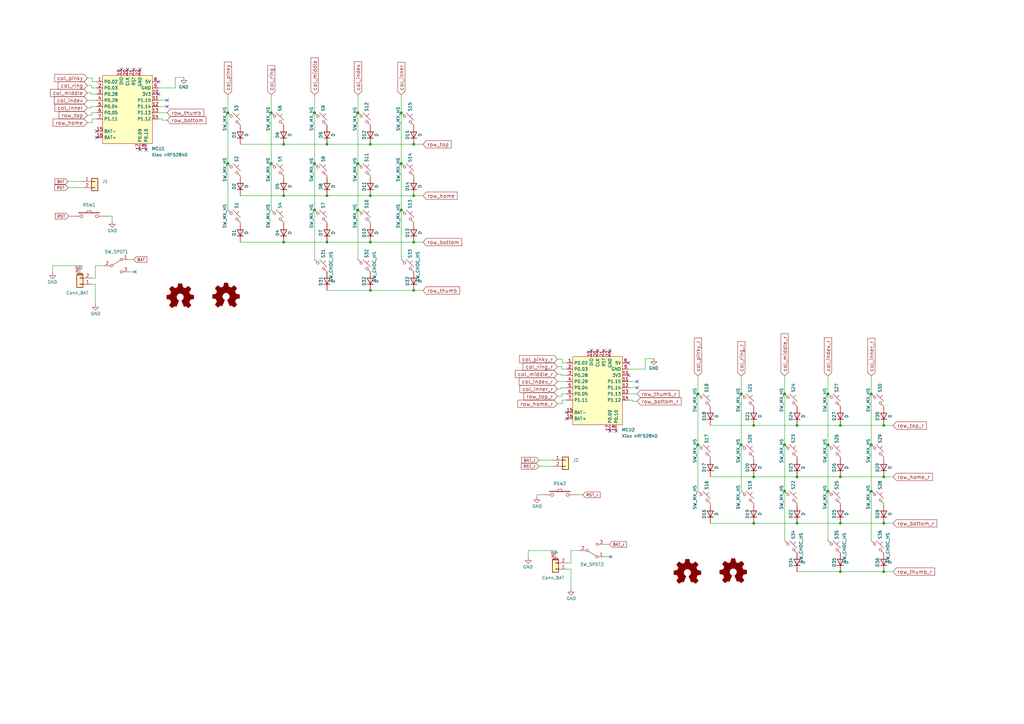
<source format=kicad_sch>
(kicad_sch (version 20231120) (generator "eeschema") (generator_version "8.0")
  (paper "A3")
  (junction (at 357.378 201.422))
  (junction (at 357.378 161.544))
  (junction (at 93.472 46.228))
  (junction (at 321.818 201.422))
  (junction (at 111.252 67.056))
  (junction (at 111.252 46.228))
  (junction (at 286.258 161.544))
  (junction (at 344.678 214.63))
  (junction (at 151.892 80.264))
  (junction (at 164.592 86.106))
  (junction (at 344.678 234.442))
  (junction (at 326.898 174.498))
  (junction (at 129.032 46.228))
  (junction (at 134.112 59.182))
  (junction (at 326.898 195.58))
  (junction (at 116.332 80.264))
  (junction (at 339.598 161.544))
  (junction (at 326.898 214.63))
  (junction (at 151.892 59.182))
  (junction (at 362.458 214.63))
  (junction (at 362.458 195.58))
  (junction (at 309.118 214.63))
  (junction (at 362.458 174.498))
  (junction (at 93.472 67.056))
  (junction (at 304.038 161.544))
  (junction (at 116.332 99.314))
  (junction (at 151.892 99.314))
  (junction (at 164.592 46.228))
  (junction (at 146.812 46.228))
  (junction (at 321.818 161.544))
  (junction (at 344.678 174.498))
  (junction (at 169.672 80.264))
  (junction (at 129.032 86.106))
  (junction (at 116.332 59.182))
  (junction (at 169.672 59.182))
  (junction (at 339.598 201.422))
  (junction (at 286.258 182.372))
  (junction (at 321.818 182.372))
  (junction (at 151.892 119.126))
  (junction (at 169.672 99.314))
  (junction (at 164.592 67.056))
  (junction (at 134.112 99.314))
  (junction (at 129.032 67.056))
  (junction (at 134.112 80.264))
  (junction (at 169.672 119.126))
  (junction (at 146.812 67.056))
  (junction (at 146.812 86.106))
  (junction (at 309.118 195.58))
  (junction (at 309.118 174.498))
  (junction (at 344.678 195.58))
  (junction (at 362.458 234.442))
  (junction (at 339.598 182.372))
  (junction (at 357.378 182.372))
  (junction (at 304.038 182.372))
  (no_connect (at 232.41 171.704))
  (no_connect (at 52.324 28.448))
  (no_connect (at 250.444 228.346))
  (no_connect (at 68.58 43.688))
  (no_connect (at 39.624 53.848))
  (no_connect (at 68.58 41.148))
  (no_connect (at 252.73 176.784))
  (no_connect (at 261.366 159.004))
  (no_connect (at 49.784 28.448))
  (no_connect (at 57.404 61.468))
  (no_connect (at 232.41 169.164))
  (no_connect (at 242.57 143.764))
  (no_connect (at 245.11 143.764))
  (no_connect (at 261.366 156.464))
  (no_connect (at 65.024 33.528))
  (no_connect (at 59.944 61.468))
  (no_connect (at 57.404 28.448))
  (no_connect (at 247.65 143.764))
  (no_connect (at 55.372 111.506))
  (no_connect (at 257.81 153.924))
  (no_connect (at 250.19 143.764))
  (no_connect (at 257.81 148.844))
  (no_connect (at 39.624 56.388))
  (no_connect (at 65.024 38.608))
  (no_connect (at 54.864 28.448))
  (no_connect (at 250.19 176.784))
  (wire (pts (xy 164.592 46.228) (xy 164.592 67.056)))
  (wire (pts (xy 344.678 195.58) (xy 362.458 195.58)))
  (wire (pts (xy 169.672 80.264) (xy 173.482 80.264)))
  (wire (pts (xy 339.598 182.372) (xy 339.598 201.422)))
  (wire (pts (xy 111.252 46.228) (xy 111.252 67.056)))
  (wire (pts (xy 98.552 51.308) (xy 98.552 51.562)))
  (wire (pts (xy 32.766 108.966) (xy 21.59 108.966)))
  (wire (pts (xy 164.592 38.862) (xy 164.592 46.228)))
  (wire (pts (xy 344.678 166.624) (xy 344.678 166.878)))
  (wire (pts (xy 164.592 67.056) (xy 164.592 86.106)))
  (wire (pts (xy 37.592 47.244) (xy 37.592 46.228)))
  (wire (pts (xy 309.118 206.502) (xy 309.118 207.01)))
  (wire (pts (xy 357.378 201.422) (xy 357.378 221.742)))
  (wire (pts (xy 309.118 214.63) (xy 326.898 214.63)))
  (wire (pts (xy 326.898 214.63) (xy 344.678 214.63)))
  (wire (pts (xy 228.6 150.368) (xy 230.378 150.368)))
  (wire (pts (xy 321.818 182.372) (xy 321.818 201.422)))
  (wire (pts (xy 66.548 48.768) (xy 65.024 48.768)))
  (wire (pts (xy 362.458 166.624) (xy 362.458 166.878)))
  (wire (pts (xy 344.678 234.442) (xy 362.458 234.442)))
  (wire (pts (xy 259.334 164.084) (xy 257.81 164.084)))
  (wire (pts (xy 164.592 86.106) (xy 164.592 106.426)))
  (wire (pts (xy 37.592 36.068) (xy 39.624 36.068)))
  (wire (pts (xy 37.846 50.292) (xy 37.846 48.768)))
  (wire (pts (xy 169.672 91.186) (xy 169.672 91.694)))
  (wire (pts (xy 321.818 201.422) (xy 321.818 221.742)))
  (wire (pts (xy 169.672 99.314) (xy 173.482 99.314)))
  (wire (pts (xy 93.472 67.056) (xy 93.472 86.106)))
  (wire (pts (xy 264.668 151.384) (xy 257.81 151.384)))
  (wire (pts (xy 326.898 187.452) (xy 326.898 187.96)))
  (wire (pts (xy 344.678 214.63) (xy 362.458 214.63)))
  (wire (pts (xy 37.338 44.196) (xy 37.338 43.688)))
  (wire (pts (xy 134.112 80.264) (xy 151.892 80.264)))
  (wire (pts (xy 234.188 230.886) (xy 232.918 230.886)))
  (wire (pts (xy 37.338 38.1) (xy 37.338 38.608)))
  (wire (pts (xy 362.458 195.58) (xy 366.268 195.58)))
  (wire (pts (xy 230.378 150.368) (xy 230.378 151.384)))
  (wire (pts (xy 304.038 182.372) (xy 304.038 201.422)))
  (wire (pts (xy 234.188 233.426) (xy 232.918 233.426)))
  (wire (pts (xy 344.678 187.452) (xy 344.678 187.96)))
  (wire (pts (xy 68.58 41.148) (xy 65.024 41.148)))
  (wire (pts (xy 291.338 187.452) (xy 291.338 187.96)))
  (wire (pts (xy 326.898 206.502) (xy 326.898 207.01)))
  (wire (pts (xy 116.332 80.264) (xy 134.112 80.264)))
  (wire (pts (xy 111.252 67.056) (xy 111.252 86.106)))
  (wire (pts (xy 169.672 59.182) (xy 173.482 59.182)))
  (wire (pts (xy 129.032 46.228) (xy 129.032 67.056)))
  (wire (pts (xy 234.188 225.806) (xy 234.188 230.886)))
  (wire (pts (xy 151.892 80.264) (xy 169.672 80.264)))
  (wire (pts (xy 35.814 44.196) (xy 37.338 44.196)))
  (wire (pts (xy 326.898 234.442) (xy 344.678 234.442)))
  (wire (pts (xy 55.372 111.506) (xy 52.832 111.506)))
  (wire (pts (xy 93.472 46.228) (xy 93.472 67.056)))
  (wire (pts (xy 111.252 38.862) (xy 111.252 46.228)))
  (wire (pts (xy 261.366 161.544) (xy 257.81 161.544)))
  (wire (pts (xy 220.218 203.708) (xy 220.218 202.946)))
  (wire (pts (xy 357.378 182.372) (xy 357.378 201.422)))
  (wire (pts (xy 39.116 114.046) (xy 37.846 114.046)))
  (wire (pts (xy 362.458 206.502) (xy 362.458 207.01)))
  (wire (pts (xy 45.974 88.646) (xy 44.196 88.646)))
  (wire (pts (xy 357.378 154.178) (xy 357.378 161.544)))
  (wire (pts (xy 93.472 38.862) (xy 93.472 46.228)))
  (wire (pts (xy 151.892 51.308) (xy 151.892 51.562)))
  (wire (pts (xy 216.662 225.806) (xy 216.662 228.6)))
  (wire (pts (xy 259.334 164.592) (xy 259.334 164.084)))
  (wire (pts (xy 362.458 187.452) (xy 362.458 187.96)))
  (wire (pts (xy 71.882 36.068) (xy 65.024 36.068)))
  (wire (pts (xy 291.338 166.624) (xy 291.338 166.878)))
  (wire (pts (xy 134.112 99.314) (xy 151.892 99.314)))
  (wire (pts (xy 228.6 156.464) (xy 232.41 156.464)))
  (wire (pts (xy 228.6 162.56) (xy 230.378 162.56)))
  (wire (pts (xy 116.332 99.314) (xy 134.112 99.314)))
  (wire (pts (xy 261.366 164.592) (xy 259.334 164.592)))
  (wire (pts (xy 151.892 119.126) (xy 169.672 119.126)))
  (wire (pts (xy 39.116 116.586) (xy 37.846 116.586)))
  (wire (pts (xy 227.838 225.806) (xy 216.662 225.806)))
  (wire (pts (xy 68.58 43.688) (xy 65.024 43.688)))
  (wire (pts (xy 326.898 166.624) (xy 326.898 166.878)))
  (wire (pts (xy 129.032 86.106) (xy 129.032 106.426)))
  (wire (pts (xy 37.846 48.768) (xy 39.624 48.768)))
  (wire (pts (xy 98.552 99.314) (xy 116.332 99.314)))
  (wire (pts (xy 39.116 108.966) (xy 39.116 114.046)))
  (wire (pts (xy 173.482 119.126) (xy 169.672 119.126)))
  (wire (pts (xy 220.98 191.262) (xy 226.822 191.262)))
  (wire (pts (xy 35.814 50.292) (xy 37.846 50.292)))
  (wire (pts (xy 230.378 161.544) (xy 232.41 161.544)))
  (wire (pts (xy 151.892 72.136) (xy 151.892 72.644)))
  (wire (pts (xy 230.378 151.384) (xy 232.41 151.384)))
  (wire (pts (xy 116.332 59.182) (xy 134.112 59.182)))
  (wire (pts (xy 344.678 174.498) (xy 362.458 174.498)))
  (wire (pts (xy 151.892 99.314) (xy 169.672 99.314)))
  (wire (pts (xy 230.124 159.512) (xy 230.124 159.004)))
  (wire (pts (xy 362.458 214.63) (xy 366.268 214.63)))
  (wire (pts (xy 35.814 38.1) (xy 37.338 38.1)))
  (wire (pts (xy 169.672 72.136) (xy 169.672 72.644)))
  (wire (pts (xy 286.258 154.178) (xy 286.258 161.544)))
  (wire (pts (xy 268.224 147.066) (xy 264.668 147.066)))
  (wire (pts (xy 68.58 46.228) (xy 65.024 46.228)))
  (wire (pts (xy 66.548 49.276) (xy 66.548 48.768)))
  (wire (pts (xy 230.632 165.608) (xy 230.632 164.084)))
  (wire (pts (xy 228.6 159.512) (xy 230.124 159.512)))
  (wire (pts (xy 169.672 51.308) (xy 169.672 51.562)))
  (wire (pts (xy 45.974 90.678) (xy 45.974 88.646)))
  (wire (pts (xy 146.812 38.862) (xy 146.812 46.228)))
  (wire (pts (xy 52.832 106.426) (xy 54.864 106.426)))
  (wire (pts (xy 309.118 195.58) (xy 326.898 195.58)))
  (wire (pts (xy 230.378 162.56) (xy 230.378 161.544)))
  (wire (pts (xy 339.598 161.544) (xy 339.598 182.372)))
  (wire (pts (xy 35.814 32.004) (xy 37.846 32.004)))
  (wire (pts (xy 309.118 174.498) (xy 326.898 174.498)))
  (wire (pts (xy 37.592 46.228) (xy 39.624 46.228)))
  (wire (pts (xy 21.59 108.966) (xy 21.59 111.76)))
  (wire (pts (xy 220.218 202.946) (xy 221.996 202.946)))
  (wire (pts (xy 75.438 31.75) (xy 71.882 31.75)))
  (wire (pts (xy 98.552 80.264) (xy 116.332 80.264)))
  (wire (pts (xy 291.338 206.502) (xy 291.338 207.01)))
  (wire (pts (xy 230.124 153.924) (xy 232.41 153.924)))
  (wire (pts (xy 304.038 154.178) (xy 304.038 161.544)))
  (wire (pts (xy 326.898 195.58) (xy 344.678 195.58)))
  (wire (pts (xy 71.882 31.75) (xy 71.882 36.068)))
  (wire (pts (xy 39.116 108.966) (xy 42.672 108.966)))
  (wire (pts (xy 35.814 47.244) (xy 37.592 47.244)))
  (wire (pts (xy 37.592 35.052) (xy 37.592 36.068)))
  (wire (pts (xy 366.268 234.442) (xy 362.458 234.442)))
  (wire (pts (xy 239.014 202.946) (xy 237.236 202.946)))
  (wire (pts (xy 291.338 214.63) (xy 309.118 214.63)))
  (wire (pts (xy 37.338 38.608) (xy 39.624 38.608)))
  (wire (pts (xy 228.6 153.416) (xy 230.124 153.416)))
  (wire (pts (xy 321.818 154.178) (xy 321.818 161.544)))
  (wire (pts (xy 151.892 91.186) (xy 151.892 91.694)))
  (wire (pts (xy 68.58 49.276) (xy 66.548 49.276)))
  (wire (pts (xy 27.94 76.962) (xy 33.782 76.962)))
  (wire (pts (xy 247.904 223.266) (xy 249.936 223.266)))
  (wire (pts (xy 291.338 195.58) (xy 309.118 195.58)))
  (wire (pts (xy 230.632 147.32) (xy 230.632 148.844)))
  (wire (pts (xy 116.332 72.136) (xy 116.332 72.644)))
  (wire (pts (xy 37.338 43.688) (xy 39.624 43.688)))
  (wire (pts (xy 35.814 41.148) (xy 39.624 41.148)))
  (wire (pts (xy 357.378 161.544) (xy 357.378 182.372)))
  (wire (pts (xy 339.598 154.178) (xy 339.598 161.544)))
  (wire (pts (xy 134.112 51.308) (xy 134.112 51.562)))
  (wire (pts (xy 291.338 174.498) (xy 309.118 174.498)))
  (wire (pts (xy 326.898 174.498) (xy 344.678 174.498)))
  (wire (pts (xy 134.112 91.186) (xy 134.112 91.694)))
  (wire (pts (xy 116.332 51.308) (xy 116.332 51.562)))
  (wire (pts (xy 286.258 161.544) (xy 286.258 182.372)))
  (wire (pts (xy 37.846 32.004) (xy 37.846 33.528)))
  (wire (pts (xy 321.818 161.544) (xy 321.818 182.372)))
  (wire (pts (xy 264.668 147.066) (xy 264.668 151.384)))
  (wire (pts (xy 228.6 147.32) (xy 230.632 147.32)))
  (wire (pts (xy 228.6 165.608) (xy 230.632 165.608)))
  (wire (pts (xy 339.598 201.422) (xy 339.598 221.742)))
  (wire (pts (xy 261.366 156.464) (xy 257.81 156.464)))
  (wire (pts (xy 309.118 166.624) (xy 309.118 166.878)))
  (wire (pts (xy 129.032 67.056) (xy 129.032 86.106)))
  (wire (pts (xy 98.552 91.186) (xy 98.552 91.694)))
  (wire (pts (xy 28.194 88.646) (xy 28.956 88.646)))
  (wire (pts (xy 116.332 91.186) (xy 116.332 91.694)))
  (wire (pts (xy 250.444 228.346) (xy 247.904 228.346)))
  (wire (pts (xy 362.458 174.498) (xy 366.268 174.498)))
  (wire (pts (xy 261.366 159.004) (xy 257.81 159.004)))
  (wire (pts (xy 309.118 187.452) (xy 309.118 187.96)))
  (wire (pts (xy 230.632 148.844) (xy 232.41 148.844)))
  (wire (pts (xy 220.98 188.722) (xy 226.822 188.722)))
  (wire (pts (xy 39.116 116.586) (xy 39.116 124.714)))
  (wire (pts (xy 134.112 119.126) (xy 151.892 119.126)))
  (wire (pts (xy 151.892 59.182) (xy 169.672 59.182)))
  (wire (pts (xy 98.552 59.182) (xy 116.332 59.182)))
  (wire (pts (xy 35.814 35.052) (xy 37.592 35.052)))
  (wire (pts (xy 304.038 161.544) (xy 304.038 182.372)))
  (wire (pts (xy 98.552 72.136) (xy 98.552 72.644)))
  (wire (pts (xy 230.124 159.004) (xy 232.41 159.004)))
  (wire (pts (xy 286.258 182.372) (xy 286.258 201.422)))
  (wire (pts (xy 344.678 206.502) (xy 344.678 207.01)))
  (wire (pts (xy 234.188 233.426) (xy 234.188 241.554)))
  (wire (pts (xy 230.124 153.416) (xy 230.124 153.924)))
  (wire (pts (xy 27.94 74.422) (xy 33.782 74.422)))
  (wire (pts (xy 146.812 67.056) (xy 146.812 86.106)))
  (wire (pts (xy 230.632 164.084) (xy 232.41 164.084)))
  (wire (pts (xy 134.112 72.136) (xy 134.112 72.644)))
  (wire (pts (xy 129.032 38.862) (xy 129.032 46.228)))
  (wire (pts (xy 134.112 59.182) (xy 151.892 59.182)))
  (wire (pts (xy 146.812 86.106) (xy 146.812 106.426)))
  (wire (pts (xy 37.846 33.528) (xy 39.624 33.528)))
  (wire (pts (xy 234.188 225.806) (xy 237.744 225.806)))
  (wire (pts (xy 146.812 46.228) (xy 146.812 67.056)))
  (global_label "BAT_r" (shape input) (at 220.98 188.722 180) (effects (font (size 1.1938 1.1938))) (property "Intersheetrefs" "${INTERSHEET_REFS}" (effects (hide yes))))
  (global_label "row_top" (shape input) (at 173.482 59.182 0) (effects (font (size 1.524 1.524))) (property "Intersheetrefs" "${INTERSHEET_REFS}" (effects (hide yes))))
  (global_label "row_home" (shape input) (at 173.482 80.264 0) (effects (font (size 1.524 1.524))) (property "Intersheetrefs" "${INTERSHEET_REFS}" (effects (hide yes))))
  (global_label "col_pinky" (shape input) (at 35.814 32.004 180) (effects (font (size 1.524 1.524))) (property "Intersheetrefs" "${INTERSHEET_REFS}" (effects (hide yes))))
  (global_label "BAT" (shape input) (at 27.94 74.422 180) (effects (font (size 1.1938 1.1938))) (property "Intersheetrefs" "${INTERSHEET_REFS}" (effects (hide yes))))
  (global_label "row_top_r" (shape input) (at 366.268 174.498 0) (effects (font (size 1.524 1.524))) (property "Intersheetrefs" "${INTERSHEET_REFS}" (effects (hide yes))))
  (global_label "col_pinky_r" (shape input) (at 286.258 154.178 90) (effects (font (size 1.524 1.524))) (property "Intersheetrefs" "${INTERSHEET_REFS}" (effects (hide yes))))
  (global_label "col_index_r" (shape input) (at 339.598 154.178 90) (effects (font (size 1.524 1.524))) (property "Intersheetrefs" "${INTERSHEET_REFS}" (effects (hide yes))))
  (global_label "row_thumb" (shape input) (at 68.58 46.228 0) (effects (font (size 1.524 1.524))) (property "Intersheetrefs" "${INTERSHEET_REFS}" (effects (hide yes))))
  (global_label "BAT" (shape input) (at 54.864 106.426 0) (effects (font (size 1.1938 1.1938))) (property "Intersheetrefs" "${INTERSHEET_REFS}" (effects (hide yes))))
  (global_label "row_top_r" (shape input) (at 228.6 162.56 180) (effects (font (size 1.524 1.524))) (property "Intersheetrefs" "${INTERSHEET_REFS}" (effects (hide yes))))
  (global_label "col_middle_r" (shape input) (at 228.6 153.416 180) (effects (font (size 1.524 1.524))) (property "Intersheetrefs" "${INTERSHEET_REFS}" (effects (hide yes))))
  (global_label "RST_r" (shape input) (at 239.014 202.946 0) (effects (font (size 1.1938 1.1938))) (property "Intersheetrefs" "${INTERSHEET_REFS}" (effects (hide yes))))
  (global_label "col_inner_r" (shape input) (at 357.378 154.178 90) (effects (font (size 1.524 1.524))) (property "Intersheetrefs" "${INTERSHEET_REFS}" (effects (hide yes))))
  (global_label "col_pinky" (shape input) (at 93.472 38.862 90) (effects (font (size 1.524 1.524))) (property "Intersheetrefs" "${INTERSHEET_REFS}" (effects (hide yes))))
  (global_label "col_inner" (shape input) (at 164.592 38.862 90) (effects (font (size 1.524 1.524))) (property "Intersheetrefs" "${INTERSHEET_REFS}" (effects (hide yes))))
  (global_label "col_pinky_r" (shape input) (at 228.6 147.32 180) (effects (font (size 1.524 1.524))) (property "Intersheetrefs" "${INTERSHEET_REFS}" (effects (hide yes))))
  (global_label "col_ring" (shape input) (at 111.252 38.862 90) (effects (font (size 1.524 1.524))) (property "Intersheetrefs" "${INTERSHEET_REFS}" (effects (hide yes))))
  (global_label "row_bottom" (shape input) (at 173.482 99.314 0) (effects (font (size 1.524 1.524))) (property "Intersheetrefs" "${INTERSHEET_REFS}" (effects (hide yes))))
  (global_label "col_index" (shape input) (at 35.814 41.148 180) (effects (font (size 1.524 1.524))) (property "Intersheetrefs" "${INTERSHEET_REFS}" (effects (hide yes))))
  (global_label "col_ring_r" (shape input) (at 228.6 150.368 180) (effects (font (size 1.524 1.524))) (property "Intersheetrefs" "${INTERSHEET_REFS}" (effects (hide yes))))
  (global_label "BAT_r" (shape input) (at 249.936 223.266 0) (effects (font (size 1.1938 1.1938))) (property "Intersheetrefs" "${INTERSHEET_REFS}" (effects (hide yes))))
  (global_label "col_middle" (shape input) (at 35.814 38.1 180) (effects (font (size 1.524 1.524))) (property "Intersheetrefs" "${INTERSHEET_REFS}" (effects (hide yes))))
  (global_label "RST" (shape input) (at 28.194 88.646 180) (effects (font (size 1.1938 1.1938))) (property "Intersheetrefs" "${INTERSHEET_REFS}" (effects (hide yes))))
  (global_label "row_bottom_r" (shape input) (at 366.268 214.63 0) (effects (font (size 1.524 1.524))) (property "Intersheetrefs" "${INTERSHEET_REFS}" (effects (hide yes))))
  (global_label "row_thumb" (shape input) (at 173.482 119.126 0) (effects (font (size 1.524 1.524))) (property "Intersheetrefs" "${INTERSHEET_REFS}" (effects (hide yes))))
  (global_label "col_ring_r" (shape input) (at 304.038 154.178 90) (effects (font (size 1.524 1.524))) (property "Intersheetrefs" "${INTERSHEET_REFS}" (effects (hide yes))))
  (global_label "col_index" (shape input) (at 146.812 38.862 90) (effects (font (size 1.524 1.524))) (property "Intersheetrefs" "${INTERSHEET_REFS}" (effects (hide yes))))
  (global_label "col_inner_r" (shape input) (at 228.6 159.512 180) (effects (font (size 1.524 1.524))) (property "Intersheetrefs" "${INTERSHEET_REFS}" (effects (hide yes))))
  (global_label "row_home_r" (shape input) (at 228.6 165.608 180) (effects (font (size 1.524 1.524))) (property "Intersheetrefs" "${INTERSHEET_REFS}" (effects (hide yes))))
  (global_label "row_home" (shape input) (at 35.814 50.292 180) (effects (font (size 1.524 1.524))) (property "Intersheetrefs" "${INTERSHEET_REFS}" (effects (hide yes))))
  (global_label "col_middle" (shape input) (at 129.032 38.862 90) (effects (font (size 1.524 1.524))) (property "Intersheetrefs" "${INTERSHEET_REFS}" (effects (hide yes))))
  (global_label "row_thumb_r" (shape input) (at 261.366 161.544 0) (effects (font (size 1.524 1.524))) (property "Intersheetrefs" "${INTERSHEET_REFS}" (effects (hide yes))))
  (global_label "row_bottom_r" (shape input) (at 261.366 164.592 0) (effects (font (size 1.524 1.524))) (property "Intersheetrefs" "${INTERSHEET_REFS}" (effects (hide yes))))
  (global_label "col_ring" (shape input) (at 35.814 35.052 180) (effects (font (size 1.524 1.524))) (property "Intersheetrefs" "${INTERSHEET_REFS}" (effects (hide yes))))
  (global_label "col_index_r" (shape input) (at 228.6 156.464 180) (effects (font (size 1.524 1.524))) (property "Intersheetrefs" "${INTERSHEET_REFS}" (effects (hide yes))))
  (global_label "col_inner" (shape input) (at 35.814 44.196 180) (effects (font (size 1.524 1.524))) (property "Intersheetrefs" "${INTERSHEET_REFS}" (effects (hide yes))))
  (global_label "row_bottom" (shape input) (at 68.58 49.276 0) (effects (font (size 1.524 1.524))) (property "Intersheetrefs" "${INTERSHEET_REFS}" (effects (hide yes))))
  (global_label "RST_r" (shape input) (at 220.98 191.262 180) (effects (font (size 1.1938 1.1938))) (property "Intersheetrefs" "${INTERSHEET_REFS}" (effects (hide yes))))
  (global_label "row_home_r" (shape input) (at 366.268 195.58 0) (effects (font (size 1.524 1.524))) (property "Intersheetrefs" "${INTERSHEET_REFS}" (effects (hide yes))))
  (global_label "row_top" (shape input) (at 35.814 47.244 180) (effects (font (size 1.524 1.524))) (property "Intersheetrefs" "${INTERSHEET_REFS}" (effects (hide yes))))
  (global_label "row_thumb_r" (shape input) (at 366.268 234.442 0) (effects (font (size 1.524 1.524))) (property "Intersheetrefs" "${INTERSHEET_REFS}" (effects (hide yes))))
  (global_label "col_middle_r" (shape input) (at 321.818 154.178 90) (effects (font (size 1.524 1.524))) (property "Intersheetrefs" "${INTERSHEET_REFS}" (effects (hide yes))))
  (global_label "RST" (shape input) (at 27.94 76.962 180) (effects (font (size 1.1938 1.1938))) (property "Intersheetrefs" "${INTERSHEET_REFS}" (effects (hide yes))))
  (symbol (lib_id "power:GND") (at 234.188 241.554 0) (mirror y) (unit 1)
    (property "Reference" "#PWR08" (effects (hide yes)))
    (property "Value" "GND" (at 234.315 245.491 0))
  )
  (symbol (lib_id "Device:D") (at 134.112 55.372 90) (unit 1)
    (property "Reference" "D9" (at 131.572 55.372 0))
    (property "Value" "D" (at 136.652 55.372 0))
    (property "Footprint" "TB2086_SMD:D3_SMD" (effects (hide yes)))
    (property "Sim.Device" "D" (effects (hide yes)))
    (property "Sim.Pins" "1=K 2=A" (effects (hide yes)))
  )
  (symbol (lib_id "Device:D") (at 326.898 170.688 90) (unit 1)
    (property "Reference" "D24" (at 324.358 170.688 0))
    (property "Value" "D" (at 329.438 170.688 0))
    (property "Footprint" "TB2086_SMD:D3_SMD" (effects (hide yes)))
    (property "Sim.Device" "D" (effects (hide yes)))
    (property "Sim.Pins" "1=K 2=A" (effects (hide yes)))
  )
  (symbol (lib_id "Device:D") (at 291.338 170.688 90) (unit 1)
    (property "Reference" "D18" (at 288.798 170.688 0))
    (property "Value" "D" (at 293.878 170.688 0))
    (property "Footprint" "TB2086_SMD:D3_SMD" (effects (hide yes)))
    (property "Sim.Device" "D" (effects (hide yes)))
    (property "Sim.Pins" "1=K 2=A" (effects (hide yes)))
  )
  (symbol (lib_id "Device:D") (at 116.332 76.454 90) (unit 1)
    (property "Reference" "D5" (at 113.792 76.454 0))
    (property "Value" "D" (at 118.872 76.454 0))
    (property "Footprint" "TB2086_SMD:D3_SMD" (effects (hide yes)))
    (property "Sim.Device" "D" (effects (hide yes)))
    (property "Sim.Pins" "1=K 2=A" (effects (hide yes)))
  )
  (symbol (lib_id "TB2086_G_KEYSWITCH:SW_CHOC_HS") (at 342.138 224.282 270) (mirror x) (unit 1)
    (property "Reference" "S35" (at 343.154 221.234 0) (effects (justify left)))
    (property "Value" "SW_CHOC_HS" (at 346.329 224.663 0))
    (property "Footprint" "TB2086_KEYSWITCH:SW_choc_v1_v2_HS_1u" (effects (hide yes)))
    (property "Description" "Push button switch, normally open, two pins, 45° tilted" (effects (hide yes)))
  )
  (symbol (lib_id "TB2086_G_KEYSWITCH:SW_CHOC_HS") (at 324.358 224.282 270) (mirror x) (unit 1)
    (property "Reference" "S34" (at 325.374 221.234 0) (effects (justify left)))
    (property "Value" "SW_CHOC_HS" (at 328.549 224.663 0))
    (property "Footprint" "TB2086_KEYSWITCH:SW_choc_v1_v2_HS_1u" (effects (hide yes)))
    (property "Description" "Push button switch, normally open, two pins, 45° tilted" (effects (hide yes)))
  )
  (symbol (lib_id "Device:D") (at 326.898 210.82 90) (unit 1)
    (property "Reference" "D22" (at 324.358 210.82 0))
    (property "Value" "D" (at 329.438 210.82 0))
    (property "Footprint" "TB2086_SMD:D3_SMD" (effects (hide yes)))
    (property "Sim.Device" "D" (effects (hide yes)))
    (property "Sim.Pins" "1=K 2=A" (effects (hide yes)))
  )
  (symbol (lib_id "TB2086_KEYSWITCH:SW_MX_HS") (at 342.138 184.912 270) (mirror x) (unit 1)
    (property "Reference" "S26" (at 343.154 181.864 0) (effects (justify left)))
    (property "Value" "SW_MX_HS" (at 338.328 184.912 0))
    (property "Footprint" "TB2086_KEYSWITCH:SW_MX_HS_1u" (effects (hide yes)))
    (property "Description" "Push button switch, normally open, two pins, 45° tilted" (effects (hide yes)))
  )
  (symbol (lib_id "Device:D") (at 116.332 55.372 90) (unit 1)
    (property "Reference" "D6" (at 113.792 55.372 0))
    (property "Value" "D" (at 118.872 55.372 0))
    (property "Footprint" "TB2086_SMD:D3_SMD" (effects (hide yes)))
    (property "Sim.Device" "D" (effects (hide yes)))
    (property "Sim.Pins" "1=K 2=A" (effects (hide yes)))
  )
  (symbol (lib_id "Device:D") (at 362.458 230.632 90) (unit 1)
    (property "Reference" "D36" (at 359.918 230.632 0))
    (property "Value" "D" (at 364.998 230.632 0))
    (property "Footprint" "TB2086_SMD:D3_SMD" (effects (hide yes)))
    (property "Sim.Device" "D" (effects (hide yes)))
    (property "Sim.Pins" "1=K 2=A" (effects (hide yes)))
  )
  (symbol (lib_id "Device:D") (at 116.332 95.504 90) (unit 1)
    (property "Reference" "D4" (at 113.792 95.504 0))
    (property "Value" "D" (at 118.872 95.504 0))
    (property "Footprint" "TB2086_SMD:D3_SMD" (effects (hide yes)))
    (property "Sim.Device" "D" (effects (hide yes)))
    (property "Sim.Pins" "1=K 2=A" (effects (hide yes)))
  )
  (symbol (lib_id "Graphic:Logo_Open_Hardware_Small") (at 300.736 234.696 0) (unit 1) (exclude_from_sim yes) (in_bom no) (on_board no)
    (property "Reference" "LOGO4" (effects (hide yes)))
    (property "Value" "Logo_Open_Hardware_Small" (effects (hide yes)))
    (property "Footprint" "TB2086_MISC:OSHW-Logo_5.7x6mm_SilkScreen" (effects (hide yes)))
    (property "Description" "Open Hardware logo, small" (effects (hide yes)))
  )
  (symbol (lib_id "TB2086_KEYSWITCH:SW_MX_HS") (at 288.798 164.084 270) (mirror x) (unit 1)
    (property "Reference" "S18" (at 289.814 161.036 0) (effects (justify left)))
    (property "Value" "SW_MX_HS" (at 284.988 164.084 0))
    (property "Footprint" "TB2086_KEYSWITCH:SW_MX_HS_1u" (effects (hide yes)))
    (property "Description" "Push button switch, normally open, two pins, 45° tilted" (effects (hide yes)))
  )
  (symbol (lib_id "power:GND") (at 561.34 21.59 0) (unit 1)
    (property "Reference" "#PWR023" (effects (hide yes)))
    (property "Value" "GND" (at 561.34 25.4 0))
  )
  (symbol (lib_id "TB2086_KEYSWITCH:SW_MX_HS") (at 149.352 48.768 270) (mirror x) (unit 1)
    (property "Reference" "S12" (at 150.368 45.72 0) (effects (justify left)))
    (property "Value" "SW_MX_HS" (at 145.542 48.768 0))
    (property "Footprint" "TB2086_KEYSWITCH:SW_MX_HS_1u" (effects (hide yes)))
    (property "Description" "Push button switch, normally open, two pins, 45° tilted" (effects (hide yes)))
  )
  (symbol (lib_id "TB2086_SMD:SMT 2X4X3.5MM Tactile Tact Push Button") (at 229.616 202.946 0) (unit 1)
    (property "Reference" "RSW2" (at 229.616 198.374 0))
    (property "Value" "SMT 2X4X3.5MM Tactile Tact Push Button" (effects (hide yes)))
    (property "Footprint" "TB2086_SMD:SMT 2X4X3.5MM Tactile Tact Push Button" (effects (hide yes)))
  )
  (symbol (lib_id "Graphic:Logo_Open_Hardware_Small") (at 281.94 234.95 0) (unit 1) (exclude_from_sim yes) (in_bom no) (on_board no)
    (property "Reference" "LOGO3" (effects (hide yes)))
    (property "Value" "Logo_Open_ErgoGen" (effects (hide yes)))
    (property "Footprint" "TB2086_MISC:utility_ergogen_logo" (effects (hide yes)))
    (property "Description" "ErgoGen logo" (effects (hide yes)))
  )
  (symbol (lib_id "power:GND") (at 39.116 124.714 0) (mirror y) (unit 1)
    (property "Reference" "#PWR02" (effects (hide yes)))
    (property "Value" "GND" (at 39.243 128.651 0))
  )
  (symbol (lib_id "power:GND") (at 220.218 203.708 0) (mirror y) (unit 1)
    (property "Reference" "#PWR06" (effects (hide yes)))
    (property "Value" "GND" (at 220.345 207.645 0))
  )
  (symbol (lib_id "Device:D") (at 344.678 170.688 90) (unit 1)
    (property "Reference" "D27" (at 342.138 170.688 0))
    (property "Value" "D" (at 347.218 170.688 0))
    (property "Footprint" "TB2086_SMD:D3_SMD" (effects (hide yes)))
    (property "Sim.Device" "D" (effects (hide yes)))
    (property "Sim.Pins" "1=K 2=A" (effects (hide yes)))
  )
  (symbol (lib_id "TB2086_MCU:xiao_nRF52840") (at 245.11 162.814 0) (unit 1) (in_bom no)
    (property "Reference" "MCU2" (at 254.9241 176.276 0) (effects (justify left)))
    (property "Value" "Xiao nRF52840" (at 254.9241 178.816 0) (effects (justify left)))
    (property "Footprint" "TB2086_G_MCU:Xiao_nRF52840_edgecut" (effects (hide yes)))
    (property "Description" "Symbol for a Seeeduino Xiao nRF52840" (effects (hide yes)))
  )
  (symbol (lib_id "Device:D") (at 362.458 170.688 90) (unit 1)
    (property "Reference" "D30" (at 359.918 170.688 0))
    (property "Value" "D" (at 364.998 170.688 0))
    (property "Footprint" "TB2086_SMD:D3_SMD" (effects (hide yes)))
    (property "Sim.Device" "D" (effects (hide yes)))
    (property "Sim.Pins" "1=K 2=A" (effects (hide yes)))
  )
  (symbol (lib_id "power:PWR_FLAG") (at 571.5 21.59 180) (unit 1)
    (property "Reference" "#FLG02" (effects (hide yes)))
    (property "Value" "PWR_FLAG" (at 571.5 25.4 0))
  )
  (symbol (lib_id "TB2086_KEYSWITCH:SW_MX_HS") (at 288.798 184.912 270) (mirror x) (unit 1)
    (property "Reference" "S17" (at 289.814 181.864 0) (effects (justify left)))
    (property "Value" "SW_MX_HS" (at 284.988 184.912 0))
    (property "Footprint" "TB2086_KEYSWITCH:SW_MX_HS_1u" (effects (hide yes)))
    (property "Description" "Push button switch, normally open, two pins, 45° tilted" (effects (hide yes)))
  )
  (symbol (lib_id "Device:D") (at 169.672 55.372 90) (unit 1)
    (property "Reference" "D15" (at 167.132 55.372 0))
    (property "Value" "D" (at 172.212 55.372 0))
    (property "Footprint" "TB2086_SMD:D3_SMD" (effects (hide yes)))
    (property "Sim.Device" "D" (effects (hide yes)))
    (property "Sim.Pins" "1=K 2=A" (effects (hide yes)))
  )
  (symbol (lib_id "Device:D") (at 151.892 95.504 90) (unit 1)
    (property "Reference" "D10" (at 149.352 95.504 0))
    (property "Value" "D" (at 154.432 95.504 0))
    (property "Footprint" "TB2086_SMD:D3_SMD" (effects (hide yes)))
    (property "Sim.Device" "D" (effects (hide yes)))
    (property "Sim.Pins" "1=K 2=A" (effects (hide yes)))
  )
  (symbol (lib_id "Connector_Generic:Conn_01x02") (at 38.862 74.422 0) (unit 1)
    (property "Reference" "J1" (at 41.91 74.4219 0) (effects (justify left)))
    (property "Value" "Conn_01x02" (effects (hide yes)))
    (property "Footprint" "TB2086_MISC:Tag_Pogopin_1x02_P2.54mm" (effects (hide yes)))
    (property "Description" "Generic connector, single row, 01x02, script generated (kicad-library-utils/schlib/autogen/connector/)" (effects (hide yes)))
  )
  (symbol (lib_id "Device:D") (at 309.118 210.82 90) (unit 1)
    (property "Reference" "D19" (at 306.578 210.82 0))
    (property "Value" "D" (at 311.658 210.82 0))
    (property "Footprint" "TB2086_SMD:D3_SMD" (effects (hide yes)))
    (property "Sim.Device" "D" (effects (hide yes)))
    (property "Sim.Pins" "1=K 2=A" (effects (hide yes)))
  )
  (symbol (lib_id "Device:D") (at 134.112 95.504 90) (unit 1)
    (property "Reference" "D7" (at 131.572 95.504 0))
    (property "Value" "D" (at 136.652 95.504 0))
    (property "Footprint" "TB2086_SMD:D3_SMD" (effects (hide yes)))
    (property "Sim.Device" "D" (effects (hide yes)))
    (property "Sim.Pins" "1=K 2=A" (effects (hide yes)))
  )
  (symbol (lib_id "power:GND") (at 21.59 111.76 0) (unit 1)
    (property "Reference" "#PWR01" (effects (hide yes)))
    (property "Value" "GND" (at 21.463 115.697 0))
  )
  (symbol (lib_id "power:GND") (at 45.974 90.678 0) (mirror y) (unit 1)
    (property "Reference" "#PWR03" (effects (hide yes)))
    (property "Value" "GND" (at 46.101 94.615 0))
  )
  (symbol (lib_id "TB2086_KEYSWITCH:SW_MX_HS") (at 167.132 69.596 270) (mirror x) (unit 1)
    (property "Reference" "S14" (at 168.148 66.548 0) (effects (justify left)))
    (property "Value" "SW_MX_HS" (at 163.322 69.596 0))
    (property "Footprint" "TB2086_KEYSWITCH:SW_MX_HS_1u" (effects (hide yes)))
    (property "Description" "Push button switch, normally open, two pins, 45° tilted" (effects (hide yes)))
  )
  (symbol (lib_id "Switch:SW_SPDT") (at 47.752 108.966 0) (unit 1)
    (property "Reference" "SW_SPDT1" (effects (hide yes)))
    (property "Value" "SW_SPDT1" (at 47.752 103.251 0))
    (property "Footprint" "TB2086_SMD:SW_SPDT_PCM12" (effects (hide yes)))
  )
  (symbol (lib_id "Connector_Generic_MountingPin:Conn_01x02_MountingPin") (at 227.838 233.426 180) (unit 1)
    (property "Reference" "J4" (at 227.838 226.6061 0))
    (property "Value" "Conn_BAT" (at 226.8474 236.9566 0))
    (property "Footprint" "TB2086_SMD:Molex_Pico-EZmate_78171-0002_1x02-1MP_P1.20mm_HandSolder" (effects (hide yes)))
    (property "Description" "Generic connectable mounting pin connector, single row, 01x02, script generated (kicad-library-utils/schlib/autogen/connector/)" (effects (hide yes)))
  )
  (symbol (lib_id "Device:D") (at 98.552 55.372 90) (unit 1)
    (property "Reference" "D3" (at 96.012 55.372 0))
    (property "Value" "D" (at 101.092 55.372 0))
    (property "Footprint" "TB2086_SMD:D3_SMD" (effects (hide yes)))
    (property "Sim.Device" "D" (effects (hide yes)))
    (property "Sim.Pins" "1=K 2=A" (effects (hide yes)))
  )
  (symbol (lib_id "Switch:SW_SPDT") (at 242.824 225.806 0) (mirror x) (unit 1)
    (property "Reference" "SW_SPDT2" (effects (hide yes)))
    (property "Value" "SW_SPDT2" (at 242.824 231.521 0))
    (property "Footprint" "TB2086_SMD:SW_SPDT_PCM12" (effects (hide yes)))
  )
  (symbol (lib_id "TB2086_KEYSWITCH:SW_MX_HS") (at 359.918 184.912 270) (mirror x) (unit 1)
    (property "Reference" "S29" (at 360.934 181.864 0) (effects (justify left)))
    (property "Value" "SW_MX_HS" (at 356.108 184.912 0))
    (property "Footprint" "TB2086_KEYSWITCH:SW_MX_HS_1u" (effects (hide yes)))
    (property "Description" "Push button switch, normally open, two pins, 45° tilted" (effects (hide yes)))
  )
  (symbol (lib_id "Connector_Generic:Conn_01x02") (at 231.902 188.722 0) (unit 1)
    (property "Reference" "J2" (at 234.95 188.7219 0) (effects (justify left)))
    (property "Value" "Conn_01x02" (effects (hide yes)))
    (property "Footprint" "TB2086_MISC:Tag_Pogopin_1x02_P2.54mm" (effects (hide yes)))
    (property "Description" "Generic connector, single row, 01x02, script generated (kicad-library-utils/schlib/autogen/connector/)" (effects (hide yes)))
  )
  (symbol (lib_id "Device:D") (at 169.672 115.316 90) (unit 1)
    (property "Reference" "D33" (at 167.132 115.316 0))
    (property "Value" "D" (at 172.212 115.316 0))
    (property "Footprint" "TB2086_SMD:D3_SMD" (effects (hide yes)))
    (property "Sim.Device" "D" (effects (hide yes)))
    (property "Sim.Pins" "1=K 2=A" (effects (hide yes)))
  )
  (symbol (lib_id "TB2086_KEYSWITCH:SW_MX_HS") (at 288.798 203.962 270) (mirror x) (unit 1)
    (property "Reference" "S16" (at 289.814 200.914 0) (effects (justify left)))
    (property "Value" "SW_MX_HS" (at 284.988 203.962 0))
    (property "Footprint" "TB2086_KEYSWITCH:SW_MX_HS_1u" (effects (hide yes)))
    (property "Description" "Push button switch, normally open, two pins, 45° tilted" (effects (hide yes)))
  )
  (symbol (lib_id "TB2086_G_KEYSWITCH:SW_CHOC_HS") (at 131.572 108.966 270) (mirror x) (unit 1)
    (property "Reference" "S31" (at 132.588 105.918 0) (effects (justify left)))
    (property "Value" "SW_CHOC_HS" (at 135.763 109.347 0))
    (property "Footprint" "TB2086_KEYSWITCH:SW_choc_v1_v2_HS_1u" (effects (hide yes)))
    (property "Description" "Push button switch, normally open, two pins, 45° tilted" (effects (hide yes)))
  )
  (symbol (lib_id "TB2086_KEYSWITCH:SW_MX_HS") (at 359.918 164.084 270) (mirror x) (unit 1)
    (property "Reference" "S30" (at 360.934 161.036 0) (effects (justify left)))
    (property "Value" "SW_MX_HS" (at 356.108 164.084 0))
    (property "Footprint" "TB2086_KEYSWITCH:SW_MX_HS_1u" (effects (hide yes)))
    (property "Description" "Push button switch, normally open, two pins, 45° tilted" (effects (hide yes)))
  )
  (symbol (lib_id "TB2086_KEYSWITCH:SW_MX_HS") (at 131.572 88.646 270) (mirror x) (unit 1)
    (property "Reference" "S7" (at 132.588 85.598 0) (effects (justify left)))
    (property "Value" "SW_MX_HS" (at 127.762 88.646 0))
    (property "Footprint" "TB2086_KEYSWITCH:SW_MX_HS_1u" (effects (hide yes)))
    (property "Description" "Push button switch, normally open, two pins, 45° tilted" (effects (hide yes)))
  )
  (symbol (lib_id "TB2086_G_KEYSWITCH:SW_CHOC_HS") (at 167.132 108.966 270) (mirror x) (unit 1)
    (property "Reference" "S33" (at 168.148 105.918 0) (effects (justify left)))
    (property "Value" "SW_CHOC_HS" (at 171.323 109.347 0))
    (property "Footprint" "TB2086_KEYSWITCH:SW_choc_v1_v2_HS_1u" (effects (hide yes)))
    (property "Description" "Push button switch, normally open, two pins, 45° tilted" (effects (hide yes)))
  )
  (symbol (lib_id "TB2086_KEYSWITCH:SW_MX_HS") (at 96.012 69.596 270) (mirror x) (unit 1)
    (property "Reference" "S2" (at 97.028 66.548 0) (effects (justify left)))
    (property "Value" "SW_MX_HS" (at 92.202 69.596 0))
    (property "Footprint" "TB2086_KEYSWITCH:SW_MX_HS_1u" (effects (hide yes)))
    (property "Description" "Push button switch, normally open, two pins, 45° tilted" (effects (hide yes)))
  )
  (symbol (lib_id "TB2086_KEYSWITCH:SW_MX_HS") (at 306.578 164.084 270) (mirror x) (unit 1)
    (property "Reference" "S21" (at 307.594 161.036 0) (effects (justify left)))
    (property "Value" "SW_MX_HS" (at 302.768 164.084 0))
    (property "Footprint" "TB2086_KEYSWITCH:SW_MX_HS_1u" (effects (hide yes)))
    (property "Description" "Push button switch, normally open, two pins, 45° tilted" (effects (hide yes)))
  )
  (symbol (lib_id "TB2086_KEYSWITCH:SW_MX_HS") (at 96.012 88.646 270) (mirror x) (unit 1)
    (property "Reference" "S1" (at 97.028 85.598 0) (effects (justify left)))
    (property "Value" "SW_MX_HS" (at 92.202 88.646 0))
    (property "Footprint" "TB2086_KEYSWITCH:SW_MX_HS_1u" (effects (hide yes)))
    (property "Description" "Push button switch, normally open, two pins, 45° tilted" (effects (hide yes)))
  )
  (symbol (lib_id "power:GND") (at 75.438 31.75 0) (unit 1)
    (property "Reference" "#PWR04" (effects (hide yes)))
    (property "Value" "GND" (at 75.311 35.687 0))
  )
  (symbol (lib_id "TB2086_KEYSWITCH:SW_MX_HS") (at 324.358 203.962 270) (mirror x) (unit 1)
    (property "Reference" "S22" (at 325.374 200.914 0) (effects (justify left)))
    (property "Value" "SW_MX_HS" (at 320.548 203.962 0))
    (property "Footprint" "TB2086_KEYSWITCH:SW_MX_HS_1u" (effects (hide yes)))
    (property "Description" "Push button switch, normally open, two pins, 45° tilted" (effects (hide yes)))
  )
  (symbol (lib_id "Device:D") (at 344.678 191.77 90) (unit 1)
    (property "Reference" "D26" (at 342.138 191.77 0))
    (property "Value" "D" (at 347.218 191.77 0))
    (property "Footprint" "TB2086_SMD:D3_SMD" (effects (hide yes)))
    (property "Sim.Device" "D" (effects (hide yes)))
    (property "Sim.Pins" "1=K 2=A" (effects (hide yes)))
  )
  (symbol (lib_id "Device:D") (at 151.892 55.372 90) (unit 1)
    (property "Reference" "D12" (at 149.352 55.372 0))
    (property "Value" "D" (at 154.432 55.372 0))
    (property "Footprint" "TB2086_SMD:D3_SMD" (effects (hide yes)))
    (property "Sim.Device" "D" (effects (hide yes)))
    (property "Sim.Pins" "1=K 2=A" (effects (hide yes)))
  )
  (symbol (lib_id "TB2086_G_KEYSWITCH:SW_CHOC_HS") (at 359.918 224.282 270) (mirror x) (unit 1)
    (property "Reference" "S36" (at 360.934 221.234 0) (effects (justify left)))
    (property "Value" "SW_CHOC_HS" (at 364.109 224.663 0))
    (property "Footprint" "TB2086_KEYSWITCH:SW_choc_v1_v2_HS_1u" (effects (hide yes)))
    (property "Description" "Push button switch, normally open, two pins, 45° tilted" (effects (hide yes)))
  )
  (symbol (lib_id "TB2086_KEYSWITCH:SW_MX_HS") (at 167.132 48.768 270) (mirror x) (unit 1)
    (property "Reference" "S15" (at 168.148 45.72 0) (effects (justify left)))
    (property "Value" "SW_MX_HS" (at 163.322 48.768 0))
    (property "Footprint" "TB2086_KEYSWITCH:SW_MX_HS_1u" (effects (hide yes)))
    (property "Description" "Push button switch, normally open, two pins, 45° tilted" (effects (hide yes)))
  )
  (symbol (lib_id "TB2086_KEYSWITCH:SW_MX_HS") (at 149.352 88.646 270) (mirror x) (unit 1)
    (property "Reference" "S10" (at 150.368 85.598 0) (effects (justify left)))
    (property "Value" "SW_MX_HS" (at 145.542 88.646 0))
    (property "Footprint" "TB2086_KEYSWITCH:SW_MX_HS_1u" (effects (hide yes)))
    (property "Description" "Push button switch, normally open, two pins, 45° tilted" (effects (hide yes)))
  )
  (symbol (lib_id "TB2086_KEYSWITCH:SW_MX_HS") (at 324.358 184.912 270) (mirror x) (unit 1)
    (property "Reference" "S23" (at 325.374 181.864 0) (effects (justify left)))
    (property "Value" "SW_MX_HS" (at 320.548 184.912 0))
    (property "Footprint" "TB2086_KEYSWITCH:SW_MX_HS_1u" (effects (hide yes)))
    (property "Description" "Push button switch, normally open, two pins, 45° tilted" (effects (hide yes)))
  )
  (symbol (lib_id "power:GND") (at 268.224 147.066 0) (unit 1)
    (property "Reference" "#PWR07" (effects (hide yes)))
    (property "Value" "GND" (at 268.097 151.003 0))
  )
  (symbol (lib_id "TB2086_KEYSWITCH:SW_MX_HS") (at 113.792 48.768 270) (mirror x) (unit 1)
    (property "Reference" "S6" (at 114.808 45.72 0) (effects (justify left)))
    (property "Value" "SW_MX_HS" (at 109.982 48.768 0))
    (property "Footprint" "TB2086_KEYSWITCH:SW_MX_HS_1u" (effects (hide yes)))
    (property "Description" "Push button switch, normally open, two pins, 45° tilted" (effects (hide yes)))
  )
  (symbol (lib_id "Connector_Generic_MountingPin:Conn_01x02_MountingPin") (at 32.766 116.586 180) (unit 1)
    (property "Reference" "J3" (at 32.766 109.7661 0))
    (property "Value" "Conn_BAT" (at 31.7754 120.1166 0))
    (property "Footprint" "TB2086_SMD:Molex_Pico-EZmate_78171-0002_1x02-1MP_P1.20mm_HandSolder" (effects (hide yes)))
    (property "Description" "Generic connectable mounting pin connector, single row, 01x02, script generated (kicad-library-utils/schlib/autogen/connector/)" (effects (hide yes)))
  )
  (symbol (lib_id "Device:D") (at 326.898 230.632 90) (unit 1)
    (property "Reference" "D34" (at 324.358 230.632 0))
    (property "Value" "D" (at 329.438 230.632 0))
    (property "Footprint" "TB2086_SMD:D3_SMD" (effects (hide yes)))
    (property "Sim.Device" "D" (effects (hide yes)))
    (property "Sim.Pins" "1=K 2=A" (effects (hide yes)))
  )
  (symbol (lib_id "Device:D") (at 362.458 191.77 90) (unit 1)
    (property "Reference" "D29" (at 359.918 191.77 0))
    (property "Value" "D" (at 364.998 191.77 0))
    (property "Footprint" "TB2086_SMD:D3_SMD" (effects (hide yes)))
    (property "Sim.Device" "D" (effects (hide yes)))
    (property "Sim.Pins" "1=K 2=A" (effects (hide yes)))
  )
  (symbol (lib_id "TB2086_KEYSWITCH:SW_MX_HS") (at 131.572 48.768 270) (mirror x) (unit 1)
    (property "Reference" "S9" (at 132.588 45.72 0) (effects (justify left)))
    (property "Value" "SW_MX_HS" (at 127.762 48.768 0))
    (property "Footprint" "TB2086_KEYSWITCH:SW_MX_HS_1u" (effects (hide yes)))
    (property "Description" "Push button switch, normally open, two pins, 45° tilted" (effects (hide yes)))
  )
  (symbol (lib_id "TB2086_MCU:xiao_nRF52840") (at 52.324 47.498 0) (unit 1) (in_bom no)
    (property "Reference" "MCU1" (at 62.1381 60.96 0) (effects (justify left)))
    (property "Value" "Xiao nRF52840" (at 62.1381 63.5 0) (effects (justify left)))
    (property "Footprint" "TB2086_G_MCU:Xiao_nRF52840_edgecut" (effects (hide yes)))
    (property "Description" "Symbol for a Seeeduino Xiao nRF52840" (effects (hide yes)))
  )
  (symbol (lib_id "TB2086_KEYSWITCH:SW_MX_HS") (at 113.792 69.596 270) (mirror x) (unit 1)
    (property "Reference" "S5" (at 114.808 66.548 0) (effects (justify left)))
    (property "Value" "SW_MX_HS" (at 109.982 69.596 0))
    (property "Footprint" "TB2086_KEYSWITCH:SW_MX_HS_1u" (effects (hide yes)))
    (property "Description" "Push button switch, normally open, two pins, 45° tilted" (effects (hide yes)))
  )
  (symbol (lib_id "TB2086_SMD:SMT 2X4X3.5MM Tactile Tact Push Button") (at 36.576 88.646 0) (unit 1)
    (property "Reference" "RSW1" (at 36.576 84.074 0))
    (property "Value" "SMT 2X4X3.5MM Tactile Tact Push Button" (effects (hide yes)))
    (property "Footprint" "TB2086_SMD:SMT 2X4X3.5MM Tactile Tact Push Button" (effects (hide yes)))
  )
  (symbol (lib_id "Device:D") (at 151.892 76.454 90) (unit 1)
    (property "Reference" "D11" (at 149.352 76.454 0))
    (property "Value" "D" (at 154.432 76.454 0))
    (property "Footprint" "TB2086_SMD:D3_SMD" (effects (hide yes)))
    (property "Sim.Device" "D" (effects (hide yes)))
    (property "Sim.Pins" "1=K 2=A" (effects (hide yes)))
  )
  (symbol (lib_id "Device:D") (at 151.892 115.316 90) (unit 1)
    (property "Reference" "D32" (at 149.352 115.316 0))
    (property "Value" "D" (at 154.432 115.316 0))
    (property "Footprint" "TB2086_SMD:D3_SMD" (effects (hide yes)))
    (property "Sim.Device" "D" (effects (hide yes)))
    (property "Sim.Pins" "1=K 2=A" (effects (hide yes)))
  )
  (symbol (lib_id "power:GND") (at 216.662 228.6 0) (unit 1)
    (property "Reference" "#PWR05" (effects (hide yes)))
    (property "Value" "GND" (at 216.535 232.537 0))
  )
  (symbol (lib_id "TB2086_G_KEYSWITCH:SW_CHOC_HS") (at 149.352 108.966 270) (mirror x) (unit 1)
    (property "Reference" "S32" (at 150.368 105.918 0) (effects (justify left)))
    (property "Value" "SW_CHOC_HS" (at 153.543 109.347 0))
    (property "Footprint" "TB2086_KEYSWITCH:SW_choc_v1_v2_HS_1u" (effects (hide yes)))
    (property "Description" "Push button switch, normally open, two pins, 45° tilted" (effects (hide yes)))
  )
  (symbol (lib_id "TB2086_KEYSWITCH:SW_MX_HS") (at 359.918 203.962 270) (mirror x) (unit 1)
    (property "Reference" "S28" (at 360.934 200.914 0) (effects (justify left)))
    (property "Value" "SW_MX_HS" (at 356.108 203.962 0))
    (property "Footprint" "TB2086_KEYSWITCH:SW_MX_HS_1u" (effects (hide yes)))
    (property "Description" "Push button switch, normally open, two pins, 45° tilted" (effects (hide yes)))
  )
  (symbol (lib_id "Device:D") (at 134.112 76.454 90) (unit 1)
    (property "Reference" "D8" (at 131.572 76.454 0))
    (property "Value" "D" (at 136.652 76.454 0))
    (property "Footprint" "TB2086_SMD:D3_SMD" (effects (hide yes)))
    (property "Sim.Device" "D" (effects (hide yes)))
    (property "Sim.Pins" "1=K 2=A" (effects (hide yes)))
  )
  (symbol (lib_id "Device:D") (at 169.672 76.454 90) (unit 1)
    (property "Reference" "D14" (at 167.132 76.454 0))
    (property "Value" "D" (at 172.212 76.454 0))
    (property "Footprint" "TB2086_SMD:D3_SMD" (effects (hide yes)))
    (property "Sim.Device" "D" (effects (hide yes)))
    (property "Sim.Pins" "1=K 2=A" (effects (hide yes)))
  )
  (symbol (lib_id "TB2086_KEYSWITCH:SW_MX_HS") (at 342.138 203.962 270) (mirror x) (unit 1)
    (property "Reference" "S25" (at 343.154 200.914 0) (effects (justify left)))
    (property "Value" "SW_MX_HS" (at 338.328 203.962 0))
    (property "Footprint" "TB2086_KEYSWITCH:SW_MX_HS_1u" (effects (hide yes)))
    (property "Description" "Push button switch, normally open, two pins, 45° tilted" (effects (hide yes)))
  )
  (symbol (lib_id "TB2086_KEYSWITCH:SW_MX_HS") (at 149.352 69.596 270) (mirror x) (unit 1)
    (property "Reference" "S11" (at 150.368 66.548 0) (effects (justify left)))
    (property "Value" "SW_MX_HS" (at 145.542 69.596 0))
    (property "Footprint" "TB2086_KEYSWITCH:SW_MX_HS_1u" (effects (hide yes)))
    (property "Description" "Push button switch, normally open, two pins, 45° tilted" (effects (hide yes)))
  )
  (symbol (lib_id "TB2086_KEYSWITCH:SW_MX_HS") (at 96.012 48.768 270) (mirror x) (unit 1)
    (property "Reference" "S3" (at 97.028 45.72 0) (effects (justify left)))
    (property "Value" "SW_MX_HS" (at 92.202 48.768 0))
    (property "Footprint" "TB2086_KEYSWITCH:SW_MX_HS_1u" (effects (hide yes)))
    (property "Description" "Push button switch, normally open, two pins, 45° tilted" (effects (hide yes)))
  )
  (symbol (lib_id "Device:D") (at 362.458 210.82 90) (unit 1)
    (property "Reference" "D28" (at 359.918 210.82 0))
    (property "Value" "D" (at 364.998 210.82 0))
    (property "Footprint" "TB2086_SMD:D3_SMD" (effects (hide yes)))
    (property "Sim.Device" "D" (effects (hide yes)))
    (property "Sim.Pins" "1=K 2=A" (effects (hide yes)))
  )
  (symbol (lib_id "TB2086_KEYSWITCH:SW_MX_HS") (at 131.572 69.596 270) (mirror x) (unit 1)
    (property "Reference" "S8" (at 132.588 66.548 0) (effects (justify left)))
    (property "Value" "SW_MX_HS" (at 127.762 69.596 0))
    (property "Footprint" "TB2086_KEYSWITCH:SW_MX_HS_1u" (effects (hide yes)))
    (property "Description" "Push button switch, normally open, two pins, 45° tilted" (effects (hide yes)))
  )
  (symbol (lib_id "Graphic:Logo_Open_Hardware_Small") (at 73.914 121.92 0) (unit 1) (exclude_from_sim yes) (in_bom no) (on_board no)
    (property "Reference" "LOGO1" (effects (hide yes)))
    (property "Value" "Logo_Open_ErgoGen" (effects (hide yes)))
    (property "Footprint" "TB2086_MISC:utility_ergogen_logo" (effects (hide yes)))
    (property "Description" "ErgoGen logo" (effects (hide yes)))
  )
  (symbol (lib_id "Device:D") (at 169.672 95.504 90) (unit 1)
    (property "Reference" "D13" (at 167.132 95.504 0))
    (property "Value" "D" (at 172.212 95.504 0))
    (property "Footprint" "TB2086_SMD:D3_SMD" (effects (hide yes)))
    (property "Sim.Device" "D" (effects (hide yes)))
    (property "Sim.Pins" "1=K 2=A" (effects (hide yes)))
  )
  (symbol (lib_id "TB2086_KEYSWITCH:SW_MX_HS") (at 306.578 203.962 270) (mirror x) (unit 1)
    (property "Reference" "S19" (at 307.594 200.914 0) (effects (justify left)))
    (property "Value" "SW_MX_HS" (at 302.768 203.962 0))
    (property "Footprint" "TB2086_KEYSWITCH:SW_MX_HS_1u" (effects (hide yes)))
    (property "Description" "Push button switch, normally open, two pins, 45° tilted" (effects (hide yes)))
  )
  (symbol (lib_id "Device:D") (at 98.552 76.454 90) (unit 1)
    (property "Reference" "D2" (at 96.012 76.454 0))
    (property "Value" "D" (at 101.092 76.454 0))
    (property "Footprint" "TB2086_SMD:D3_SMD" (effects (hide yes)))
    (property "Sim.Device" "D" (effects (hide yes)))
    (property "Sim.Pins" "1=K 2=A" (effects (hide yes)))
  )
  (symbol (lib_id "Device:D") (at 291.338 210.82 90) (unit 1)
    (property "Reference" "D16" (at 288.798 210.82 0))
    (property "Value" "D" (at 293.878 210.82 0))
    (property "Footprint" "TB2086_SMD:D3_SMD" (effects (hide yes)))
    (property "Sim.Device" "D" (effects (hide yes)))
    (property "Sim.Pins" "1=K 2=A" (effects (hide yes)))
  )
  (symbol (lib_id "TB2086_KEYSWITCH:SW_MX_HS") (at 342.138 164.084 270) (mirror x) (unit 1)
    (property "Reference" "S27" (at 343.154 161.036 0) (effects (justify left)))
    (property "Value" "SW_MX_HS" (at 338.328 164.084 0))
    (property "Footprint" "TB2086_KEYSWITCH:SW_MX_HS_1u" (effects (hide yes)))
    (property "Description" "Push button switch, normally open, two pins, 45° tilted" (effects (hide yes)))
  )
  (symbol (lib_id "Device:D") (at 344.678 210.82 90) (unit 1)
    (property "Reference" "D25" (at 342.138 210.82 0))
    (property "Value" "D" (at 347.218 210.82 0))
    (property "Footprint" "TB2086_SMD:D3_SMD" (effects (hide yes)))
    (property "Sim.Device" "D" (effects (hide yes)))
    (property "Sim.Pins" "1=K 2=A" (effects (hide yes)))
  )
  (symbol (lib_id "Graphic:Logo_Open_Hardware_Small") (at 92.71 121.666 0) (unit 1) (exclude_from_sim yes) (in_bom no) (on_board no)
    (property "Reference" "LOGO2" (effects (hide yes)))
    (property "Value" "Logo_Open_Hardware_Small" (effects (hide yes)))
    (property "Footprint" "TB2086_MISC:OSHW-Logo_5.7x6mm_SilkScreen" (effects (hide yes)))
    (property "Description" "Open Hardware logo, small" (effects (hide yes)))
  )
  (symbol (lib_id "Device:D") (at 134.112 115.316 90) (unit 1)
    (property "Reference" "D31" (at 131.572 115.316 0))
    (property "Value" "D" (at 136.652 115.316 0))
    (property "Footprint" "TB2086_SMD:D3_SMD" (effects (hide yes)))
    (property "Sim.Device" "D" (effects (hide yes)))
    (property "Sim.Pins" "1=K 2=A" (effects (hide yes)))
  )
  (symbol (lib_id "TB2086_KEYSWITCH:SW_MX_HS") (at 167.132 88.646 270) (mirror x) (unit 1)
    (property "Reference" "S13" (at 168.148 85.598 0) (effects (justify left)))
    (property "Value" "SW_MX_HS" (at 163.322 88.646 0))
    (property "Footprint" "TB2086_KEYSWITCH:SW_MX_HS_1u" (effects (hide yes)))
    (property "Description" "Push button switch, normally open, two pins, 45° tilted" (effects (hide yes)))
  )
  (symbol (lib_id "TB2086_KEYSWITCH:SW_MX_HS") (at 306.578 184.912 270) (mirror x) (unit 1)
    (property "Reference" "S20" (at 307.594 181.864 0) (effects (justify left)))
    (property "Value" "SW_MX_HS" (at 302.768 184.912 0))
    (property "Footprint" "TB2086_KEYSWITCH:SW_MX_HS_1u" (effects (hide yes)))
    (property "Description" "Push button switch, normally open, two pins, 45° tilted" (effects (hide yes)))
  )
  (symbol (lib_id "power:VCC") (at 571.5 21.59 0) (unit 1)
    (property "Reference" "#PWR024" (effects (hide yes)))
    (property "Value" "VCC" (at 571.5 17.78 0))
  )
  (symbol (lib_id "Device:D") (at 326.898 191.77 90) (unit 1)
    (property "Reference" "D23" (at 324.358 191.77 0))
    (property "Value" "D" (at 329.438 191.77 0))
    (property "Footprint" "TB2086_SMD:D3_SMD" (effects (hide yes)))
    (property "Sim.Device" "D" (effects (hide yes)))
    (property "Sim.Pins" "1=K 2=A" (effects (hide yes)))
  )
  (symbol (lib_id "Device:D") (at 344.678 230.632 90) (unit 1)
    (property "Reference" "D35" (at 342.138 230.632 0))
    (property "Value" "D" (at 347.218 230.632 0))
    (property "Footprint" "TB2086_SMD:D3_SMD" (effects (hide yes)))
    (property "Sim.Device" "D" (effects (hide yes)))
    (property "Sim.Pins" "1=K 2=A" (effects (hide yes)))
  )
  (symbol (lib_id "power:PWR_FLAG") (at 561.34 21.59 0) (unit 1)
    (property "Reference" "#FLG01" (effects (hide yes)))
    (property "Value" "PWR_FLAG" (at 561.34 17.78 0))
  )
  (symbol (lib_id "Device:D") (at 309.118 170.688 90) (unit 1)
    (property "Reference" "D21" (at 306.578 170.688 0))
    (property "Value" "D" (at 311.658 170.688 0))
    (property "Footprint" "TB2086_SMD:D3_SMD" (effects (hide yes)))
    (property "Sim.Device" "D" (effects (hide yes)))
    (property "Sim.Pins" "1=K 2=A" (effects (hide yes)))
  )
  (symbol (lib_id "Device:D") (at 291.338 191.77 90) (unit 1)
    (property "Reference" "D17" (at 288.798 191.77 0))
    (property "Value" "D" (at 293.878 191.77 0))
    (property "Footprint" "TB2086_SMD:D3_SMD" (effects (hide yes)))
    (property "Sim.Device" "D" (effects (hide yes)))
    (property "Sim.Pins" "1=K 2=A" (effects (hide yes)))
  )
  (symbol (lib_id "TB2086_KEYSWITCH:SW_MX_HS") (at 113.792 88.646 270) (mirror x) (unit 1)
    (property "Reference" "S4" (at 114.808 85.598 0) (effects (justify left)))
    (property "Value" "SW_MX_HS" (at 109.982 88.646 0))
    (property "Footprint" "TB2086_KEYSWITCH:SW_MX_HS_1u" (effects (hide yes)))
    (property "Description" "Push button switch, normally open, two pins, 45° tilted" (effects (hide yes)))
  )
  (symbol (lib_id "TB2086_KEYSWITCH:SW_MX_HS") (at 324.358 164.084 270) (mirror x) (unit 1)
    (property "Reference" "S24" (at 325.374 161.036 0) (effects (justify left)))
    (property "Value" "SW_MX_HS" (at 320.548 164.084 0))
    (property "Footprint" "TB2086_KEYSWITCH:SW_MX_HS_1u" (effects (hide yes)))
    (property "Description" "Push button switch, normally open, two pins, 45° tilted" (effects (hide yes)))
  )
  (symbol (lib_id "Device:D") (at 309.118 191.77 90) (unit 1)
    (property "Reference" "D20" (at 306.578 191.77 0))
    (property "Value" "D" (at 311.658 191.77 0))
    (property "Footprint" "TB2086_SMD:D3_SMD" (effects (hide yes)))
    (property "Sim.Device" "D" (effects (hide yes)))
    (property "Sim.Pins" "1=K 2=A" (effects (hide yes)))
  )
  (symbol (lib_id "Device:D") (at 98.552 95.504 90) (unit 1)
    (property "Reference" "D1" (at 96.012 95.504 0))
    (property "Value" "D" (at 101.092 95.504 0))
    (property "Footprint" "TB2086_SMD:D3_SMD" (effects (hide yes)))
    (property "Sim.Device" "D" (effects (hide yes)))
    (property "Sim.Pins" "1=K 2=A" (effects (hide yes)))
  )
)
</source>
